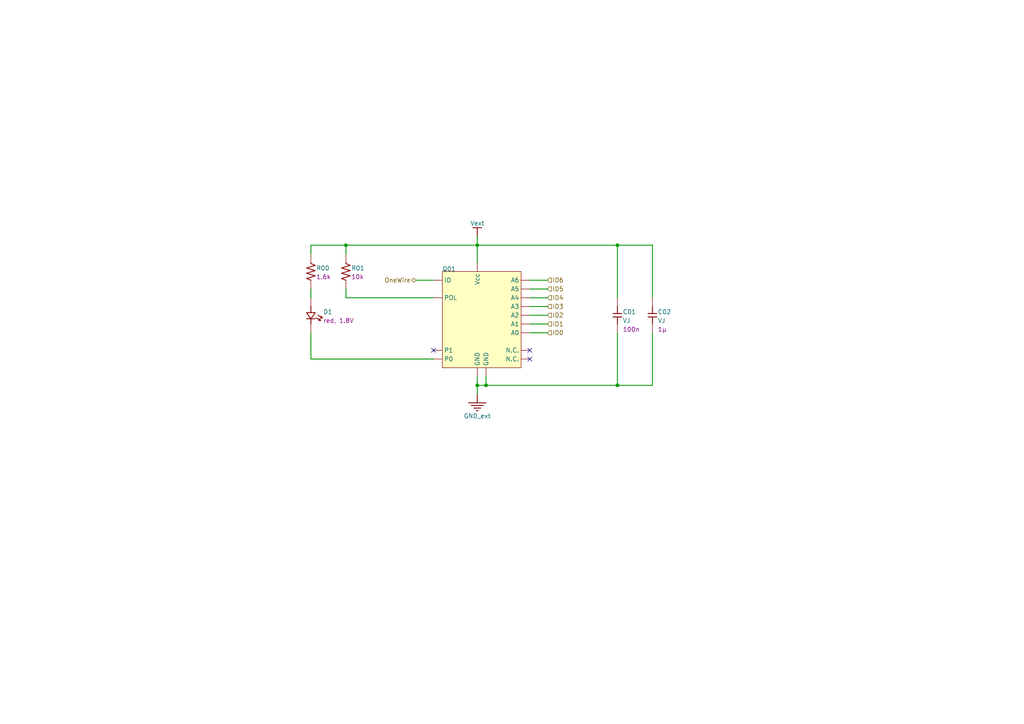
<source format=kicad_sch>
(kicad_sch (version 20211123) (generator eeschema)
  (paper "A4")
  (title_block (title "CAT-Modular Breadboard Breakout Board") (date "16.12.2021") (rev "0.1") (company "DLR e.V. Robert-Hooke Str. 7 28359 Bremen") (comment 1 "C. Strowik"))
  (lib_symbols
    (symbol "04_CAT-BB-ID-altium-import:0_DS28E04-100"
      (property "Value" "0_DS28E04-100" (at 0 0 0))
      (symbol "0_DS28E04-100_1_0"
        (rectangle (start 22.86 27.94) (end 0 0) (fill (type background)))
        (pin passive line (at 25.4 17.78 180) (length 2.54) (name "A3") (number "1"))
        (pin input line (at -2.54 5.08 0) (length 2.54) (name "P1") (number "10"))
        (pin passive line (at 25.4 5.08 180) (length 2.54) (name "N.C.") (number "11"))
        (pin power_in line (at 12.7 -2.54 90) (length 2.54) (name "GND") (number "12"))
        (pin passive line (at 25.4 25.4 180) (length 2.54) (name "A6") (number "13"))
        (pin passive line (at 25.4 22.86 180) (length 2.54) (name "A5") (number "14"))
        (pin passive line (at 25.4 20.32 180) (length 2.54) (name "A4") (number "15"))
        (pin bidirectional line (at -2.54 25.4 0) (length 2.54) (name "IO") (number "16"))
        (pin passive line (at 25.4 15.24 180) (length 2.54) (name "A2") (number "2"))
        (pin passive line (at 25.4 12.7 180) (length 2.54) (name "A1") (number "3"))
        (pin passive line (at 25.4 10.16 180) (length 2.54) (name "A0") (number "4"))
        (pin power_in line (at 10.16 -2.54 90) (length 2.54) (name "GND") (number "5"))
        (pin passive line (at 25.4 2.54 180) (length 2.54) (name "N.C.") (number "6"))
        (pin power_in line (at 10.16 30.48 270) (length 2.54) (name "Vcc") (number "7"))
        (pin output line (at -2.54 20.32 0) (length 2.54) (name "POL") (number "8"))
        (pin passive line (at -2.54 2.54 0) (length 2.54) (name "P0") (number "9"))
      )
    )
    (symbol "04_CAT-BB-ID-altium-import:0_VJ"
      (property "Value" "0_VJ" (at 0 0 0))
      (symbol "0_VJ_1_0"
        (polyline (pts (xy -1.27 -0.508) (xy 1.27 -0.508)) (stroke (width 0.254)))
        (polyline (pts (xy 0 -2.54) (xy 0 -0.508)) (stroke (width 0.254)))
        (polyline (pts (xy 0 2.54) (xy 0 0.508)) (stroke (width 0.254)))
        (polyline (pts (xy 1.27 0.508) (xy -1.27 0.508)) (stroke (width 0.254)))
        (pin passive line (at 0 5.08 270) (length 2.54) (name "0") (number "0"))
        (pin passive line (at 0 -5.08 90) (length 2.54) (name "1") (number "1"))
      )
    )
    (symbol "04_CAT-BB-ID-altium-import:1_CRCW"
      (property "Value" "1_CRCW" (at 0 0 0))
      (symbol "1_CRCW_1_0"
        (polyline (pts (xy 0 7.366) (xy 0 7.62)) (stroke (width 0.254)))
        (polyline (pts (xy 0 2.54) (xy -1.27 3.048) (xy 1.27 3.81) (xy -1.27 4.572) (xy 1.27 5.334) (xy -1.27 6.096) (xy 1.27 6.858) (xy 0 7.366)) (stroke (width 0.254)))
        (pin passive line (at 0 0 90) (length 2.54) (name "") (number "0"))
        (pin passive line (at 0 10.16 270) (length 2.54) (name "") (number "1"))
      )
    )
    (symbol "04_CAT-BB-ID-altium-import:2_L*L29K"
      (property "Value" "2_L*L29K" (at 0 0 0))
      (symbol "2_L*L29K_1_0"
        (polyline (pts (xy -1.27 -1.016) (xy 1.27 -1.016)) (stroke (width 0.254)))
        (polyline (pts (xy 0 -1.016) (xy 0 -2.54)) (stroke (width 0.254)))
        (polyline (pts (xy 0 0.762) (xy 0 2.54)) (stroke (width 0.254)))
        (polyline (pts (xy 1.524 -0.762) (xy 2.794 -1.524)) (stroke (width 0.254)))
        (polyline (pts (xy 2.032 0) (xy 3.302 -0.762)) (stroke (width 0.254)))
        (polyline (pts (xy 2.794 -1.524) (xy 2.286 -1.524)) (stroke (width 0.254)))
        (polyline (pts (xy 2.794 -1.524) (xy 2.54 -1.016)) (stroke (width 0.254)))
        (polyline (pts (xy 3.302 -0.762) (xy 2.794 -0.762)) (stroke (width 0.254)))
        (polyline (pts (xy 3.302 -0.762) (xy 3.048 -0.254)) (stroke (width 0.254)))
        (polyline (pts (xy 0 -1.016) (xy 1.27 0.762) (xy -1.27 0.762) (xy 0 -1.016)) (stroke (width 0.254)))
        (pin passive line (at 0 5.08 270) (length 2.54) (name "0") (number "0"))
        (pin passive line (at 0 -5.08 90) (length 2.54) (name "1") (number "1"))
      )
    )
    (symbol "04_CAT-BB-ID-altium-import:GND_ext" (power)
      (property "Reference" "#PWR" (at 0 0 0))
      (property "Value" "GND_ext" (at 0 6.35 0))
      (symbol "GND_ext_0_0"
        (polyline (pts (xy -2.54 -2.54) (xy 2.54 -2.54)) (stroke (width 0.254)))
        (polyline (pts (xy -1.778 -3.302) (xy 1.778 -3.302)) (stroke (width 0.254)))
        (polyline (pts (xy -1.016 -4.064) (xy 1.016 -4.064)) (stroke (width 0.254)))
        (polyline (pts (xy -0.254 -4.826) (xy 0.254 -4.826)) (stroke (width 0.254)))
        (polyline (pts (xy 0 0) (xy 0 -2.54)) (stroke (width 0.254)))
        (pin power_in line (at 0 0 0) (length 0) hide (name "GND_ext") (number ""))
      )
    )
    (symbol "04_CAT-BB-ID-altium-import:Vext" (power)
      (property "Reference" "#PWR" (at 0 0 0))
      (property "Value" "Vext" (at 0 3.81 0))
      (symbol "Vext_0_0"
        (polyline (pts (xy -1.27 -2.54) (xy 1.27 -2.54)) (stroke (width 0.254)))
        (polyline (pts (xy 0 0) (xy 0 -2.54)) (stroke (width 0.254)))
        (pin power_in line (at 0 0 0) (length 0) hide (name "Vext") (number ""))
      )
    )
  )
  (junction (at 179.07 71.12))
  (junction (at 100.33 71.12))
  (junction (at 179.07 111.76))
  (junction (at 138.43 71.12))
  (junction (at 138.43 111.76))
  (junction (at 140.97 111.76))
  (no_connect (at 153.67 101.6))
  (no_connect (at 125.73 101.6))
  (no_connect (at 153.67 104.14))
  (wire (pts (xy 153.67 96.52) (xy 158.75 96.52)) (stroke (width 0.254)))
  (wire (pts (xy 138.43 71.12) (xy 100.33 71.12)) (stroke (width 0.254)))
  (wire (pts (xy 153.67 88.9) (xy 158.75 88.9)) (stroke (width 0.254)))
  (wire (pts (xy 140.97 111.76) (xy 179.07 111.76)) (stroke (width 0.254)))
  (wire (pts (xy 138.43 114.3) (xy 138.43 111.76)) (stroke (width 0.254)))
  (wire (pts (xy 90.17 83.82) (xy 90.17 86.36)) (stroke (width 0.254)))
  (wire (pts (xy 153.67 93.98) (xy 158.75 93.98)) (stroke (width 0.254)))
  (wire (pts (xy 153.67 81.28) (xy 158.75 81.28)) (stroke (width 0.254)))
  (wire (pts (xy 179.07 111.76) (xy 179.07 96.52)) (stroke (width 0.254)))
  (wire (pts (xy 153.67 86.36) (xy 158.75 86.36)) (stroke (width 0.254)))
  (wire (pts (xy 100.33 73.66) (xy 100.33 71.12)) (stroke (width 0.254)))
  (wire (pts (xy 100.33 71.12) (xy 90.17 71.12)) (stroke (width 0.254)))
  (wire (pts (xy 179.07 71.12) (xy 189.23 71.12)) (stroke (width 0.254)))
  (wire (pts (xy 140.97 111.76) (xy 140.97 109.22)) (stroke (width 0.254)))
  (wire (pts (xy 90.17 104.14) (xy 125.73 104.14)) (stroke (width 0.254)))
  (wire (pts (xy 90.17 96.52) (xy 90.17 104.14)) (stroke (width 0.254)))
  (wire (pts (xy 138.43 71.12) (xy 179.07 71.12)) (stroke (width 0.254)))
  (wire (pts (xy 100.33 83.82) (xy 100.33 86.36)) (stroke (width 0.254)))
  (wire (pts (xy 125.73 81.28) (xy 120.65 81.28)) (stroke (width 0.254)))
  (wire (pts (xy 138.43 111.76) (xy 138.43 109.22)) (stroke (width 0.254)))
  (wire (pts (xy 189.23 111.76) (xy 179.07 111.76)) (stroke (width 0.254)))
  (wire (pts (xy 138.43 76.2) (xy 138.43 71.12)) (stroke (width 0.254)))
  (wire (pts (xy 153.67 91.44) (xy 158.75 91.44)) (stroke (width 0.254)))
  (wire (pts (xy 189.23 71.12) (xy 189.23 86.36)) (stroke (width 0.254)))
  (wire (pts (xy 138.43 71.12) (xy 138.43 68.58)) (stroke (width 0.254)))
  (wire (pts (xy 189.23 96.52) (xy 189.23 111.76)) (stroke (width 0.254)))
  (wire (pts (xy 100.33 86.36) (xy 125.73 86.36)) (stroke (width 0.254)))
  (wire (pts (xy 90.17 71.12) (xy 90.17 73.66)) (stroke (width 0.254)))
  (wire (pts (xy 140.97 111.76) (xy 138.43 111.76)) (stroke (width 0.254)))
  (wire (pts (xy 153.67 83.82) (xy 158.75 83.82)) (stroke (width 0.254)))
  (wire (pts (xy 179.07 71.12) (xy 179.07 86.36)) (stroke (width 0.254)))
  (hierarchical_label "ID4" (shape input) (at 158.75 86.36 0))
  (hierarchical_label "ID0" (shape input) (at 158.75 96.52 0))
  (hierarchical_label "ID2" (shape input) (at 158.75 91.44 0))
  (hierarchical_label "ID5" (shape input) (at 158.75 83.82 0))
  (hierarchical_label "ID6" (shape input) (at 158.75 81.28 0))
  (hierarchical_label "ID3" (shape input) (at 158.75 88.9 0))
  (hierarchical_label "ID1" (shape input) (at 158.75 93.98 0))
  (hierarchical_label "OneWire" (shape bidirectional) (at 120.65 81.28 180))
  (symbol (lib_id "04_CAT-BB-ID-altium-import:2_L*L29K") (at 90.17 91.44 0) (unit 1)
    (property "Reference" "D1" (at 93.726 91.186 0) (effects (justify left bottom)))
    (property "Value" "L*L29K" (effects hide))
    (property "Footprint" "LED_SMD:LED_0201_0603Metric" (effects hide))
    (property "COLOR" "red, 1.8V" (at 93.726 93.726 0) (effects (justify left bottom)))
  )
  (symbol (lib_id "04_CAT-BB-ID-altium-import:1_CRCW") (at 90.17 83.82 0) (unit 1)
    (property "Reference" "R00" (at 91.694 78.486 0) (effects (justify left bottom)))
    (property "Value" "CRCW" (effects hide))
    (property "Footprint" "Resistor_SMD:R_0201_0603Metric" (effects hide))
    (property "ALTIUM_VALUE" "1.6k" (at 91.694 81.026 0) (effects (justify left bottom)))
  )
  (symbol (lib_id "04_CAT-BB-ID-altium-import:0_VJ") (at 189.23 91.44 0) (unit 1)
    (property "Reference" "C02" (at 190.754 91.186 0) (effects (justify left bottom)))
    (property "Value" "VJ" (at 190.754 93.726 0) (effects (justify left bottom)))
    (property "Footprint" "Capacitor_SMD:C_1206_3216Metric" (effects hide))
    (property "ALTIUM_VALUE" "1µ" (at 190.754 96.266 0) (effects (justify left bottom)))
  )
  (symbol (lib_id "04_CAT-BB-ID-altium-import:GND_ext") (at 138.43 114.3 0) (unit 1)
    (property "Reference" "#PWR028" (effects hide))
    (property "Value" "GND_ext" (at 138.43 120.65 0))
  )
  (symbol (lib_id "04_CAT-BB-ID-altium-import:0_DS28E04-100") (at 128.27 106.68 0) (unit 1)
    (property "Reference" "Q01" (at 128.27 78.74 0) (effects (justify left bottom)))
    (property "Value" "DS28E04-100" (effects hide))
    (property "Footprint" "footprints:DS28E04S-100&plus_" (effects hide))
  )
  (symbol (lib_id "04_CAT-BB-ID-altium-import:0_VJ") (at 179.07 91.44 0) (unit 1)
    (property "Reference" "C01" (at 180.594 91.186 0) (effects (justify left bottom)))
    (property "Value" "VJ" (at 180.594 93.726 0) (effects (justify left bottom)))
    (property "Footprint" "Capacitor_SMD:C_0201_0603Metric" (effects hide))
    (property "ALTIUM_VALUE" "100n" (at 180.594 96.266 0) (effects (justify left bottom)))
  )
  (symbol (lib_id "04_CAT-BB-ID-altium-import:1_CRCW") (at 100.33 83.82 0) (unit 1)
    (property "Reference" "R01" (at 101.854 78.486 0) (effects (justify left bottom)))
    (property "Value" "CRCW" (effects hide))
    (property "Footprint" "Resistor_SMD:R_0201_0603Metric" (effects hide))
    (property "ALTIUM_VALUE" "10k" (at 101.854 81.026 0) (effects (justify left bottom)))
  )
  (symbol (lib_id "04_CAT-BB-ID-altium-import:Vext") (at 138.43 68.58 180) (unit 1)
    (property "Reference" "#PWR027" (effects hide))
    (property "Value" "Vext" (at 138.43 64.77 0))
  )
)
</source>
